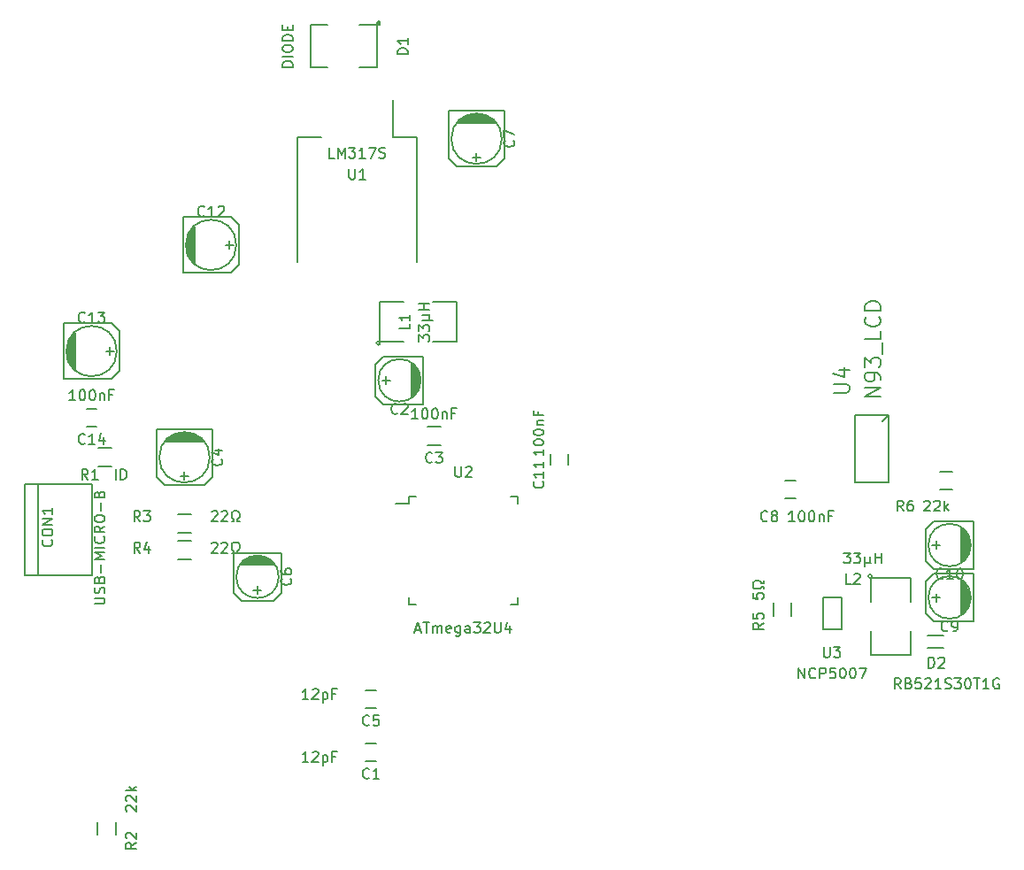
<source format=gto>
G04 #@! TF.FileFunction,Legend,Top*
%FSLAX46Y46*%
G04 Gerber Fmt 4.6, Leading zero omitted, Abs format (unit mm)*
G04 Created by KiCad (PCBNEW 0.201501102116+5363~20~ubuntu14.04.1-product) date Wed 21 Jan 2015 18:10:41 CET*
%MOMM*%
G01*
G04 APERTURE LIST*
%ADD10C,0.100000*%
%ADD11C,0.150000*%
G04 APERTURE END LIST*
D10*
D11*
X147408000Y-132358000D02*
X148408000Y-132358000D01*
X148408000Y-130658000D02*
X147408000Y-130658000D01*
X153348000Y-100407000D02*
X154548000Y-100407000D01*
X154548000Y-102157000D02*
X153348000Y-102157000D01*
X147408000Y-127278000D02*
X148408000Y-127278000D01*
X148408000Y-125578000D02*
X147408000Y-125578000D01*
X187525000Y-107221500D02*
X188525000Y-107221500D01*
X188525000Y-105521500D02*
X187525000Y-105521500D01*
X165077000Y-103014000D02*
X165077000Y-104014000D01*
X166777000Y-104014000D02*
X166777000Y-103014000D01*
X120682000Y-100354000D02*
X121682000Y-100354000D01*
X121682000Y-98654000D02*
X120682000Y-98654000D01*
X114835000Y-105877000D02*
X114835000Y-114577000D01*
X121240000Y-105877000D02*
X121240000Y-114577000D01*
X121240000Y-114577000D02*
X114835000Y-114577000D01*
X116065000Y-114577000D02*
X116065000Y-105877000D01*
X114835000Y-105877000D02*
X121240000Y-105877000D01*
X148793605Y-61785000D02*
G75*
G03X148793605Y-61785000I-179605J0D01*
G01*
X143788000Y-61912000D02*
X142137000Y-61912000D01*
X142137000Y-61912000D02*
X142137000Y-65976000D01*
X142137000Y-65976000D02*
X143788000Y-65976000D01*
X146836000Y-65976000D02*
X148487000Y-65976000D01*
X148487000Y-65976000D02*
X148487000Y-61912000D01*
X148487000Y-61912000D02*
X146836000Y-61912000D01*
X201150500Y-121576500D02*
X202700500Y-121576500D01*
X201150500Y-120376500D02*
X202700500Y-120376500D01*
X148793605Y-92392000D02*
G75*
G03X148793605Y-92392000I-179605J0D01*
G01*
X153821000Y-92265000D02*
X156107000Y-92265000D01*
X156107000Y-92265000D02*
X156107000Y-88455000D01*
X156107000Y-88455000D02*
X153821000Y-88455000D01*
X151027000Y-88455000D02*
X148741000Y-88455000D01*
X148741000Y-88455000D02*
X148741000Y-92265000D01*
X148741000Y-92265000D02*
X151027000Y-92265000D01*
X195824605Y-114690000D02*
G75*
G03X195824605Y-114690000I-179605J0D01*
G01*
X195772000Y-119897000D02*
X195772000Y-122183000D01*
X195772000Y-122183000D02*
X199582000Y-122183000D01*
X199582000Y-122183000D02*
X199582000Y-119897000D01*
X199582000Y-117103000D02*
X199582000Y-114817000D01*
X199582000Y-114817000D02*
X195772000Y-114817000D01*
X195772000Y-114817000D02*
X195772000Y-117103000D01*
X123052000Y-104189000D02*
X121852000Y-104189000D01*
X121852000Y-102439000D02*
X123052000Y-102439000D01*
X121745000Y-139420000D02*
X121745000Y-138220000D01*
X123495000Y-138220000D02*
X123495000Y-139420000D01*
X129472000Y-108789000D02*
X130672000Y-108789000D01*
X130672000Y-110539000D02*
X129472000Y-110539000D01*
X129472000Y-111329000D02*
X130672000Y-111329000D01*
X130672000Y-113079000D02*
X129472000Y-113079000D01*
X186388000Y-118465000D02*
X186388000Y-117265000D01*
X188138000Y-117265000D02*
X188138000Y-118465000D01*
X202347500Y-104671000D02*
X203547500Y-104671000D01*
X203547500Y-106421000D02*
X202347500Y-106421000D01*
X143160000Y-72707000D02*
X140867000Y-72707000D01*
X150004000Y-72694300D02*
X150004000Y-69151000D01*
X152297000Y-72707000D02*
X152297000Y-84588000D01*
X140867000Y-84588000D02*
X140867000Y-72707000D01*
X152297000Y-72707000D02*
X150004000Y-72707000D01*
X151567000Y-107029000D02*
X151567000Y-107704000D01*
X161917000Y-107029000D02*
X161917000Y-107704000D01*
X161917000Y-117379000D02*
X161917000Y-116704000D01*
X151567000Y-117379000D02*
X151567000Y-116704000D01*
X151567000Y-107029000D02*
X152242000Y-107029000D01*
X151567000Y-117379000D02*
X152242000Y-117379000D01*
X161917000Y-117379000D02*
X161242000Y-117379000D01*
X161917000Y-107029000D02*
X161242000Y-107029000D01*
X151567000Y-107704000D02*
X150292000Y-107704000D01*
X192978000Y-119770000D02*
X191200000Y-119770000D01*
X191200000Y-119770000D02*
X191200000Y-116722000D01*
X191200000Y-116722000D02*
X192978000Y-116722000D01*
X192978000Y-116722000D02*
X192978000Y-119770000D01*
X148995000Y-95948000D02*
X149757000Y-95948000D01*
X149376000Y-96329000D02*
X149376000Y-95567000D01*
X149122000Y-93662000D02*
X152932000Y-93662000D01*
X148360000Y-97472000D02*
X148360000Y-94424000D01*
X149122000Y-93662000D02*
X148360000Y-94424000D01*
X149122000Y-98234000D02*
X152932000Y-98234000D01*
X149122000Y-98234000D02*
X148360000Y-97472000D01*
X152678000Y-95821000D02*
X152678000Y-96075000D01*
X152551000Y-96583000D02*
X152551000Y-95313000D01*
X152424000Y-95059000D02*
X152424000Y-96837000D01*
X152297000Y-94805000D02*
X152297000Y-97091000D01*
X152170000Y-97218000D02*
X152170000Y-94678000D01*
X152043000Y-94551000D02*
X152043000Y-97345000D01*
X151916000Y-97472000D02*
X151916000Y-94424000D01*
X151789000Y-97599000D02*
X151789000Y-94297000D01*
X152678000Y-95948000D02*
G75*
G03X152678000Y-95948000I-2032000J0D01*
G01*
X152932000Y-98234000D02*
X152932000Y-93662000D01*
X130707000Y-101028000D02*
X129310000Y-101028000D01*
X130961000Y-101155000D02*
X129183000Y-101155000D01*
X131342000Y-101282000D02*
X128802000Y-101282000D01*
X128675000Y-101409000D02*
X131469000Y-101409000D01*
X131596000Y-101536000D02*
X128548000Y-101536000D01*
X128421000Y-101663000D02*
X131723000Y-101663000D01*
X131850000Y-101790000D02*
X128294000Y-101790000D01*
X132485000Y-103314000D02*
G75*
G03X132485000Y-103314000I-2413000J0D01*
G01*
X132739000Y-100647000D02*
X132739000Y-105219000D01*
X132739000Y-105219000D02*
X131977000Y-105981000D01*
X131977000Y-105981000D02*
X128167000Y-105981000D01*
X128167000Y-105981000D02*
X127405000Y-105219000D01*
X127405000Y-105219000D02*
X127405000Y-100647000D01*
X127405000Y-100647000D02*
X132739000Y-100647000D01*
X130072000Y-105473000D02*
X130072000Y-104711000D01*
X130453000Y-105092000D02*
X129691000Y-105092000D01*
X137057000Y-116395000D02*
X137057000Y-115633000D01*
X137438000Y-116014000D02*
X136676000Y-116014000D01*
X134771000Y-116268000D02*
X134771000Y-112458000D01*
X138581000Y-117030000D02*
X135533000Y-117030000D01*
X134771000Y-116268000D02*
X135533000Y-117030000D01*
X139343000Y-116268000D02*
X139343000Y-112458000D01*
X139343000Y-116268000D02*
X138581000Y-117030000D01*
X136930000Y-112712000D02*
X137184000Y-112712000D01*
X137692000Y-112839000D02*
X136422000Y-112839000D01*
X136168000Y-112966000D02*
X137946000Y-112966000D01*
X135914000Y-113093000D02*
X138200000Y-113093000D01*
X138327000Y-113220000D02*
X135787000Y-113220000D01*
X135660000Y-113347000D02*
X138454000Y-113347000D01*
X138581000Y-113474000D02*
X135533000Y-113474000D01*
X138708000Y-113601000D02*
X135406000Y-113601000D01*
X139089000Y-114744000D02*
G75*
G03X139089000Y-114744000I-2032000J0D01*
G01*
X139343000Y-112458000D02*
X134771000Y-112458000D01*
X158647000Y-70548000D02*
X157250000Y-70548000D01*
X158901000Y-70675000D02*
X157123000Y-70675000D01*
X159282000Y-70802000D02*
X156742000Y-70802000D01*
X156615000Y-70929000D02*
X159409000Y-70929000D01*
X159536000Y-71056000D02*
X156488000Y-71056000D01*
X156361000Y-71183000D02*
X159663000Y-71183000D01*
X159790000Y-71310000D02*
X156234000Y-71310000D01*
X160425000Y-72834000D02*
G75*
G03X160425000Y-72834000I-2413000J0D01*
G01*
X160679000Y-70167000D02*
X160679000Y-74739000D01*
X160679000Y-74739000D02*
X159917000Y-75501000D01*
X159917000Y-75501000D02*
X156107000Y-75501000D01*
X156107000Y-75501000D02*
X155345000Y-74739000D01*
X155345000Y-74739000D02*
X155345000Y-70167000D01*
X155345000Y-70167000D02*
X160679000Y-70167000D01*
X158012000Y-74993000D02*
X158012000Y-74231000D01*
X158393000Y-74612000D02*
X157631000Y-74612000D01*
X201614000Y-116722000D02*
X202376000Y-116722000D01*
X201995000Y-117103000D02*
X201995000Y-116341000D01*
X201741000Y-114436000D02*
X205551000Y-114436000D01*
X200979000Y-118246000D02*
X200979000Y-115198000D01*
X201741000Y-114436000D02*
X200979000Y-115198000D01*
X201741000Y-119008000D02*
X205551000Y-119008000D01*
X201741000Y-119008000D02*
X200979000Y-118246000D01*
X205297000Y-116595000D02*
X205297000Y-116849000D01*
X205170000Y-117357000D02*
X205170000Y-116087000D01*
X205043000Y-115833000D02*
X205043000Y-117611000D01*
X204916000Y-115579000D02*
X204916000Y-117865000D01*
X204789000Y-117992000D02*
X204789000Y-115452000D01*
X204662000Y-115325000D02*
X204662000Y-118119000D01*
X204535000Y-118246000D02*
X204535000Y-115198000D01*
X204408000Y-118373000D02*
X204408000Y-115071000D01*
X205297000Y-116722000D02*
G75*
G03X205297000Y-116722000I-2032000J0D01*
G01*
X205551000Y-119008000D02*
X205551000Y-114436000D01*
X201614000Y-111705500D02*
X202376000Y-111705500D01*
X201995000Y-112086500D02*
X201995000Y-111324500D01*
X201741000Y-109419500D02*
X205551000Y-109419500D01*
X200979000Y-113229500D02*
X200979000Y-110181500D01*
X201741000Y-109419500D02*
X200979000Y-110181500D01*
X201741000Y-113991500D02*
X205551000Y-113991500D01*
X201741000Y-113991500D02*
X200979000Y-113229500D01*
X205297000Y-111578500D02*
X205297000Y-111832500D01*
X205170000Y-112340500D02*
X205170000Y-111070500D01*
X205043000Y-110816500D02*
X205043000Y-112594500D01*
X204916000Y-110562500D02*
X204916000Y-112848500D01*
X204789000Y-112975500D02*
X204789000Y-110435500D01*
X204662000Y-110308500D02*
X204662000Y-113102500D01*
X204535000Y-113229500D02*
X204535000Y-110181500D01*
X204408000Y-113356500D02*
X204408000Y-110054500D01*
X205297000Y-111705500D02*
G75*
G03X205297000Y-111705500I-2032000J0D01*
G01*
X205551000Y-113991500D02*
X205551000Y-109419500D01*
X130326000Y-82359000D02*
X130326000Y-83756000D01*
X130453000Y-82105000D02*
X130453000Y-83883000D01*
X130580000Y-81724000D02*
X130580000Y-84264000D01*
X130707000Y-84391000D02*
X130707000Y-81597000D01*
X130834000Y-81470000D02*
X130834000Y-84518000D01*
X130961000Y-84645000D02*
X130961000Y-81343000D01*
X131088000Y-81216000D02*
X131088000Y-84772000D01*
X135025000Y-82994000D02*
G75*
G03X135025000Y-82994000I-2413000J0D01*
G01*
X129945000Y-80327000D02*
X134517000Y-80327000D01*
X134517000Y-80327000D02*
X135279000Y-81089000D01*
X135279000Y-81089000D02*
X135279000Y-84899000D01*
X135279000Y-84899000D02*
X134517000Y-85661000D01*
X134517000Y-85661000D02*
X129945000Y-85661000D01*
X129945000Y-85661000D02*
X129945000Y-80327000D01*
X134771000Y-82994000D02*
X134009000Y-82994000D01*
X134390000Y-82613000D02*
X134390000Y-83375000D01*
X118896000Y-92519000D02*
X118896000Y-93916000D01*
X119023000Y-92265000D02*
X119023000Y-94043000D01*
X119150000Y-91884000D02*
X119150000Y-94424000D01*
X119277000Y-94551000D02*
X119277000Y-91757000D01*
X119404000Y-91630000D02*
X119404000Y-94678000D01*
X119531000Y-94805000D02*
X119531000Y-91503000D01*
X119658000Y-91376000D02*
X119658000Y-94932000D01*
X123595000Y-93154000D02*
G75*
G03X123595000Y-93154000I-2413000J0D01*
G01*
X118515000Y-90487000D02*
X123087000Y-90487000D01*
X123087000Y-90487000D02*
X123849000Y-91249000D01*
X123849000Y-91249000D02*
X123849000Y-95059000D01*
X123849000Y-95059000D02*
X123087000Y-95821000D01*
X123087000Y-95821000D02*
X118515000Y-95821000D01*
X118515000Y-95821000D02*
X118515000Y-90487000D01*
X123341000Y-93154000D02*
X122579000Y-93154000D01*
X122960000Y-92773000D02*
X122960000Y-93535000D01*
X197472000Y-99298000D02*
X194172000Y-99298000D01*
X194172000Y-99298000D02*
X194172000Y-105698000D01*
X194172000Y-105698000D02*
X197472000Y-105698000D01*
X197472000Y-105698000D02*
X197472000Y-99298000D01*
X197472000Y-99298000D02*
X196872000Y-99898000D01*
X147741334Y-133965143D02*
X147693715Y-134012762D01*
X147550858Y-134060381D01*
X147455620Y-134060381D01*
X147312762Y-134012762D01*
X147217524Y-133917524D01*
X147169905Y-133822286D01*
X147122286Y-133631810D01*
X147122286Y-133488952D01*
X147169905Y-133298476D01*
X147217524Y-133203238D01*
X147312762Y-133108000D01*
X147455620Y-133060381D01*
X147550858Y-133060381D01*
X147693715Y-133108000D01*
X147741334Y-133155619D01*
X148693715Y-134060381D02*
X148122286Y-134060381D01*
X148408000Y-134060381D02*
X148408000Y-133060381D01*
X148312762Y-133203238D01*
X148217524Y-133298476D01*
X148122286Y-133346095D01*
X141928572Y-132452381D02*
X141357143Y-132452381D01*
X141642857Y-132452381D02*
X141642857Y-131452381D01*
X141547619Y-131595238D01*
X141452381Y-131690476D01*
X141357143Y-131738095D01*
X142309524Y-131547619D02*
X142357143Y-131500000D01*
X142452381Y-131452381D01*
X142690477Y-131452381D01*
X142785715Y-131500000D01*
X142833334Y-131547619D01*
X142880953Y-131642857D01*
X142880953Y-131738095D01*
X142833334Y-131880952D01*
X142261905Y-132452381D01*
X142880953Y-132452381D01*
X143309524Y-131785714D02*
X143309524Y-132785714D01*
X143309524Y-131833333D02*
X143404762Y-131785714D01*
X143595239Y-131785714D01*
X143690477Y-131833333D01*
X143738096Y-131880952D01*
X143785715Y-131976190D01*
X143785715Y-132261905D01*
X143738096Y-132357143D01*
X143690477Y-132404762D01*
X143595239Y-132452381D01*
X143404762Y-132452381D01*
X143309524Y-132404762D01*
X144547620Y-131928571D02*
X144214286Y-131928571D01*
X144214286Y-132452381D02*
X144214286Y-131452381D01*
X144690477Y-131452381D01*
X153781334Y-103739143D02*
X153733715Y-103786762D01*
X153590858Y-103834381D01*
X153495620Y-103834381D01*
X153352762Y-103786762D01*
X153257524Y-103691524D01*
X153209905Y-103596286D01*
X153162286Y-103405810D01*
X153162286Y-103262952D01*
X153209905Y-103072476D01*
X153257524Y-102977238D01*
X153352762Y-102882000D01*
X153495620Y-102834381D01*
X153590858Y-102834381D01*
X153733715Y-102882000D01*
X153781334Y-102929619D01*
X154114667Y-102834381D02*
X154733715Y-102834381D01*
X154400381Y-103215333D01*
X154543239Y-103215333D01*
X154638477Y-103262952D01*
X154686096Y-103310571D01*
X154733715Y-103405810D01*
X154733715Y-103643905D01*
X154686096Y-103739143D01*
X154638477Y-103786762D01*
X154543239Y-103834381D01*
X154257524Y-103834381D01*
X154162286Y-103786762D01*
X154114667Y-103739143D01*
X152400381Y-99634381D02*
X151828952Y-99634381D01*
X152114666Y-99634381D02*
X152114666Y-98634381D01*
X152019428Y-98777238D01*
X151924190Y-98872476D01*
X151828952Y-98920095D01*
X153019428Y-98634381D02*
X153114667Y-98634381D01*
X153209905Y-98682000D01*
X153257524Y-98729619D01*
X153305143Y-98824857D01*
X153352762Y-99015333D01*
X153352762Y-99253429D01*
X153305143Y-99443905D01*
X153257524Y-99539143D01*
X153209905Y-99586762D01*
X153114667Y-99634381D01*
X153019428Y-99634381D01*
X152924190Y-99586762D01*
X152876571Y-99539143D01*
X152828952Y-99443905D01*
X152781333Y-99253429D01*
X152781333Y-99015333D01*
X152828952Y-98824857D01*
X152876571Y-98729619D01*
X152924190Y-98682000D01*
X153019428Y-98634381D01*
X153971809Y-98634381D02*
X154067048Y-98634381D01*
X154162286Y-98682000D01*
X154209905Y-98729619D01*
X154257524Y-98824857D01*
X154305143Y-99015333D01*
X154305143Y-99253429D01*
X154257524Y-99443905D01*
X154209905Y-99539143D01*
X154162286Y-99586762D01*
X154067048Y-99634381D01*
X153971809Y-99634381D01*
X153876571Y-99586762D01*
X153828952Y-99539143D01*
X153781333Y-99443905D01*
X153733714Y-99253429D01*
X153733714Y-99015333D01*
X153781333Y-98824857D01*
X153828952Y-98729619D01*
X153876571Y-98682000D01*
X153971809Y-98634381D01*
X154733714Y-98967714D02*
X154733714Y-99634381D01*
X154733714Y-99062952D02*
X154781333Y-99015333D01*
X154876571Y-98967714D01*
X155019429Y-98967714D01*
X155114667Y-99015333D01*
X155162286Y-99110571D01*
X155162286Y-99634381D01*
X155971810Y-99110571D02*
X155638476Y-99110571D01*
X155638476Y-99634381D02*
X155638476Y-98634381D01*
X156114667Y-98634381D01*
X147741334Y-128885143D02*
X147693715Y-128932762D01*
X147550858Y-128980381D01*
X147455620Y-128980381D01*
X147312762Y-128932762D01*
X147217524Y-128837524D01*
X147169905Y-128742286D01*
X147122286Y-128551810D01*
X147122286Y-128408952D01*
X147169905Y-128218476D01*
X147217524Y-128123238D01*
X147312762Y-128028000D01*
X147455620Y-127980381D01*
X147550858Y-127980381D01*
X147693715Y-128028000D01*
X147741334Y-128075619D01*
X148646096Y-127980381D02*
X148169905Y-127980381D01*
X148122286Y-128456571D01*
X148169905Y-128408952D01*
X148265143Y-128361333D01*
X148503239Y-128361333D01*
X148598477Y-128408952D01*
X148646096Y-128456571D01*
X148693715Y-128551810D01*
X148693715Y-128789905D01*
X148646096Y-128885143D01*
X148598477Y-128932762D01*
X148503239Y-128980381D01*
X148265143Y-128980381D01*
X148169905Y-128932762D01*
X148122286Y-128885143D01*
X141928572Y-126452381D02*
X141357143Y-126452381D01*
X141642857Y-126452381D02*
X141642857Y-125452381D01*
X141547619Y-125595238D01*
X141452381Y-125690476D01*
X141357143Y-125738095D01*
X142309524Y-125547619D02*
X142357143Y-125500000D01*
X142452381Y-125452381D01*
X142690477Y-125452381D01*
X142785715Y-125500000D01*
X142833334Y-125547619D01*
X142880953Y-125642857D01*
X142880953Y-125738095D01*
X142833334Y-125880952D01*
X142261905Y-126452381D01*
X142880953Y-126452381D01*
X143309524Y-125785714D02*
X143309524Y-126785714D01*
X143309524Y-125833333D02*
X143404762Y-125785714D01*
X143595239Y-125785714D01*
X143690477Y-125833333D01*
X143738096Y-125880952D01*
X143785715Y-125976190D01*
X143785715Y-126261905D01*
X143738096Y-126357143D01*
X143690477Y-126404762D01*
X143595239Y-126452381D01*
X143404762Y-126452381D01*
X143309524Y-126404762D01*
X144547620Y-125928571D02*
X144214286Y-125928571D01*
X144214286Y-126452381D02*
X144214286Y-125452381D01*
X144690477Y-125452381D01*
X185833334Y-109357143D02*
X185785715Y-109404762D01*
X185642858Y-109452381D01*
X185547620Y-109452381D01*
X185404762Y-109404762D01*
X185309524Y-109309524D01*
X185261905Y-109214286D01*
X185214286Y-109023810D01*
X185214286Y-108880952D01*
X185261905Y-108690476D01*
X185309524Y-108595238D01*
X185404762Y-108500000D01*
X185547620Y-108452381D01*
X185642858Y-108452381D01*
X185785715Y-108500000D01*
X185833334Y-108547619D01*
X186404762Y-108880952D02*
X186309524Y-108833333D01*
X186261905Y-108785714D01*
X186214286Y-108690476D01*
X186214286Y-108642857D01*
X186261905Y-108547619D01*
X186309524Y-108500000D01*
X186404762Y-108452381D01*
X186595239Y-108452381D01*
X186690477Y-108500000D01*
X186738096Y-108547619D01*
X186785715Y-108642857D01*
X186785715Y-108690476D01*
X186738096Y-108785714D01*
X186690477Y-108833333D01*
X186595239Y-108880952D01*
X186404762Y-108880952D01*
X186309524Y-108928571D01*
X186261905Y-108976190D01*
X186214286Y-109071429D01*
X186214286Y-109261905D01*
X186261905Y-109357143D01*
X186309524Y-109404762D01*
X186404762Y-109452381D01*
X186595239Y-109452381D01*
X186690477Y-109404762D01*
X186738096Y-109357143D01*
X186785715Y-109261905D01*
X186785715Y-109071429D01*
X186738096Y-108976190D01*
X186690477Y-108928571D01*
X186595239Y-108880952D01*
X188452381Y-109452381D02*
X187880952Y-109452381D01*
X188166666Y-109452381D02*
X188166666Y-108452381D01*
X188071428Y-108595238D01*
X187976190Y-108690476D01*
X187880952Y-108738095D01*
X189071428Y-108452381D02*
X189166667Y-108452381D01*
X189261905Y-108500000D01*
X189309524Y-108547619D01*
X189357143Y-108642857D01*
X189404762Y-108833333D01*
X189404762Y-109071429D01*
X189357143Y-109261905D01*
X189309524Y-109357143D01*
X189261905Y-109404762D01*
X189166667Y-109452381D01*
X189071428Y-109452381D01*
X188976190Y-109404762D01*
X188928571Y-109357143D01*
X188880952Y-109261905D01*
X188833333Y-109071429D01*
X188833333Y-108833333D01*
X188880952Y-108642857D01*
X188928571Y-108547619D01*
X188976190Y-108500000D01*
X189071428Y-108452381D01*
X190023809Y-108452381D02*
X190119048Y-108452381D01*
X190214286Y-108500000D01*
X190261905Y-108547619D01*
X190309524Y-108642857D01*
X190357143Y-108833333D01*
X190357143Y-109071429D01*
X190309524Y-109261905D01*
X190261905Y-109357143D01*
X190214286Y-109404762D01*
X190119048Y-109452381D01*
X190023809Y-109452381D01*
X189928571Y-109404762D01*
X189880952Y-109357143D01*
X189833333Y-109261905D01*
X189785714Y-109071429D01*
X189785714Y-108833333D01*
X189833333Y-108642857D01*
X189880952Y-108547619D01*
X189928571Y-108500000D01*
X190023809Y-108452381D01*
X190785714Y-108785714D02*
X190785714Y-109452381D01*
X190785714Y-108880952D02*
X190833333Y-108833333D01*
X190928571Y-108785714D01*
X191071429Y-108785714D01*
X191166667Y-108833333D01*
X191214286Y-108928571D01*
X191214286Y-109452381D01*
X192023810Y-108928571D02*
X191690476Y-108928571D01*
X191690476Y-109452381D02*
X191690476Y-108452381D01*
X192166667Y-108452381D01*
X164357143Y-105642857D02*
X164404762Y-105690476D01*
X164452381Y-105833333D01*
X164452381Y-105928571D01*
X164404762Y-106071429D01*
X164309524Y-106166667D01*
X164214286Y-106214286D01*
X164023810Y-106261905D01*
X163880952Y-106261905D01*
X163690476Y-106214286D01*
X163595238Y-106166667D01*
X163500000Y-106071429D01*
X163452381Y-105928571D01*
X163452381Y-105833333D01*
X163500000Y-105690476D01*
X163547619Y-105642857D01*
X164452381Y-104690476D02*
X164452381Y-105261905D01*
X164452381Y-104976191D02*
X163452381Y-104976191D01*
X163595238Y-105071429D01*
X163690476Y-105166667D01*
X163738095Y-105261905D01*
X164452381Y-103738095D02*
X164452381Y-104309524D01*
X164452381Y-104023810D02*
X163452381Y-104023810D01*
X163595238Y-104119048D01*
X163690476Y-104214286D01*
X163738095Y-104309524D01*
X164452381Y-102547619D02*
X164452381Y-103119048D01*
X164452381Y-102833334D02*
X163452381Y-102833334D01*
X163595238Y-102928572D01*
X163690476Y-103023810D01*
X163738095Y-103119048D01*
X163452381Y-101928572D02*
X163452381Y-101833333D01*
X163500000Y-101738095D01*
X163547619Y-101690476D01*
X163642857Y-101642857D01*
X163833333Y-101595238D01*
X164071429Y-101595238D01*
X164261905Y-101642857D01*
X164357143Y-101690476D01*
X164404762Y-101738095D01*
X164452381Y-101833333D01*
X164452381Y-101928572D01*
X164404762Y-102023810D01*
X164357143Y-102071429D01*
X164261905Y-102119048D01*
X164071429Y-102166667D01*
X163833333Y-102166667D01*
X163642857Y-102119048D01*
X163547619Y-102071429D01*
X163500000Y-102023810D01*
X163452381Y-101928572D01*
X163452381Y-100976191D02*
X163452381Y-100880952D01*
X163500000Y-100785714D01*
X163547619Y-100738095D01*
X163642857Y-100690476D01*
X163833333Y-100642857D01*
X164071429Y-100642857D01*
X164261905Y-100690476D01*
X164357143Y-100738095D01*
X164404762Y-100785714D01*
X164452381Y-100880952D01*
X164452381Y-100976191D01*
X164404762Y-101071429D01*
X164357143Y-101119048D01*
X164261905Y-101166667D01*
X164071429Y-101214286D01*
X163833333Y-101214286D01*
X163642857Y-101166667D01*
X163547619Y-101119048D01*
X163500000Y-101071429D01*
X163452381Y-100976191D01*
X163785714Y-100214286D02*
X164452381Y-100214286D01*
X163880952Y-100214286D02*
X163833333Y-100166667D01*
X163785714Y-100071429D01*
X163785714Y-99928571D01*
X163833333Y-99833333D01*
X163928571Y-99785714D01*
X164452381Y-99785714D01*
X163928571Y-98976190D02*
X163928571Y-99309524D01*
X164452381Y-99309524D02*
X163452381Y-99309524D01*
X163452381Y-98833333D01*
X120539143Y-101961143D02*
X120491524Y-102008762D01*
X120348667Y-102056381D01*
X120253429Y-102056381D01*
X120110571Y-102008762D01*
X120015333Y-101913524D01*
X119967714Y-101818286D01*
X119920095Y-101627810D01*
X119920095Y-101484952D01*
X119967714Y-101294476D01*
X120015333Y-101199238D01*
X120110571Y-101104000D01*
X120253429Y-101056381D01*
X120348667Y-101056381D01*
X120491524Y-101104000D01*
X120539143Y-101151619D01*
X121491524Y-102056381D02*
X120920095Y-102056381D01*
X121205809Y-102056381D02*
X121205809Y-101056381D01*
X121110571Y-101199238D01*
X121015333Y-101294476D01*
X120920095Y-101342095D01*
X122348667Y-101389714D02*
X122348667Y-102056381D01*
X122110571Y-101008762D02*
X121872476Y-101723048D01*
X122491524Y-101723048D01*
X119634381Y-97856381D02*
X119062952Y-97856381D01*
X119348666Y-97856381D02*
X119348666Y-96856381D01*
X119253428Y-96999238D01*
X119158190Y-97094476D01*
X119062952Y-97142095D01*
X120253428Y-96856381D02*
X120348667Y-96856381D01*
X120443905Y-96904000D01*
X120491524Y-96951619D01*
X120539143Y-97046857D01*
X120586762Y-97237333D01*
X120586762Y-97475429D01*
X120539143Y-97665905D01*
X120491524Y-97761143D01*
X120443905Y-97808762D01*
X120348667Y-97856381D01*
X120253428Y-97856381D01*
X120158190Y-97808762D01*
X120110571Y-97761143D01*
X120062952Y-97665905D01*
X120015333Y-97475429D01*
X120015333Y-97237333D01*
X120062952Y-97046857D01*
X120110571Y-96951619D01*
X120158190Y-96904000D01*
X120253428Y-96856381D01*
X121205809Y-96856381D02*
X121301048Y-96856381D01*
X121396286Y-96904000D01*
X121443905Y-96951619D01*
X121491524Y-97046857D01*
X121539143Y-97237333D01*
X121539143Y-97475429D01*
X121491524Y-97665905D01*
X121443905Y-97761143D01*
X121396286Y-97808762D01*
X121301048Y-97856381D01*
X121205809Y-97856381D01*
X121110571Y-97808762D01*
X121062952Y-97761143D01*
X121015333Y-97665905D01*
X120967714Y-97475429D01*
X120967714Y-97237333D01*
X121015333Y-97046857D01*
X121062952Y-96951619D01*
X121110571Y-96904000D01*
X121205809Y-96856381D01*
X121967714Y-97189714D02*
X121967714Y-97856381D01*
X121967714Y-97284952D02*
X122015333Y-97237333D01*
X122110571Y-97189714D01*
X122253429Y-97189714D01*
X122348667Y-97237333D01*
X122396286Y-97332571D01*
X122396286Y-97856381D01*
X123205810Y-97332571D02*
X122872476Y-97332571D01*
X122872476Y-97856381D02*
X122872476Y-96856381D01*
X123348667Y-96856381D01*
X117357143Y-111214285D02*
X117404762Y-111261904D01*
X117452381Y-111404761D01*
X117452381Y-111499999D01*
X117404762Y-111642857D01*
X117309524Y-111738095D01*
X117214286Y-111785714D01*
X117023810Y-111833333D01*
X116880952Y-111833333D01*
X116690476Y-111785714D01*
X116595238Y-111738095D01*
X116500000Y-111642857D01*
X116452381Y-111499999D01*
X116452381Y-111404761D01*
X116500000Y-111261904D01*
X116547619Y-111214285D01*
X116452381Y-110595238D02*
X116452381Y-110404761D01*
X116500000Y-110309523D01*
X116595238Y-110214285D01*
X116785714Y-110166666D01*
X117119048Y-110166666D01*
X117309524Y-110214285D01*
X117404762Y-110309523D01*
X117452381Y-110404761D01*
X117452381Y-110595238D01*
X117404762Y-110690476D01*
X117309524Y-110785714D01*
X117119048Y-110833333D01*
X116785714Y-110833333D01*
X116595238Y-110785714D01*
X116500000Y-110690476D01*
X116452381Y-110595238D01*
X117452381Y-109738095D02*
X116452381Y-109738095D01*
X117452381Y-109166666D01*
X116452381Y-109166666D01*
X117452381Y-108166666D02*
X117452381Y-108738095D01*
X117452381Y-108452381D02*
X116452381Y-108452381D01*
X116595238Y-108547619D01*
X116690476Y-108642857D01*
X116738095Y-108738095D01*
X121452381Y-117333333D02*
X122261905Y-117333333D01*
X122357143Y-117285714D01*
X122404762Y-117238095D01*
X122452381Y-117142857D01*
X122452381Y-116952380D01*
X122404762Y-116857142D01*
X122357143Y-116809523D01*
X122261905Y-116761904D01*
X121452381Y-116761904D01*
X122404762Y-116333333D02*
X122452381Y-116190476D01*
X122452381Y-115952380D01*
X122404762Y-115857142D01*
X122357143Y-115809523D01*
X122261905Y-115761904D01*
X122166667Y-115761904D01*
X122071429Y-115809523D01*
X122023810Y-115857142D01*
X121976190Y-115952380D01*
X121928571Y-116142857D01*
X121880952Y-116238095D01*
X121833333Y-116285714D01*
X121738095Y-116333333D01*
X121642857Y-116333333D01*
X121547619Y-116285714D01*
X121500000Y-116238095D01*
X121452381Y-116142857D01*
X121452381Y-115904761D01*
X121500000Y-115761904D01*
X121928571Y-114999999D02*
X121976190Y-114857142D01*
X122023810Y-114809523D01*
X122119048Y-114761904D01*
X122261905Y-114761904D01*
X122357143Y-114809523D01*
X122404762Y-114857142D01*
X122452381Y-114952380D01*
X122452381Y-115333333D01*
X121452381Y-115333333D01*
X121452381Y-114999999D01*
X121500000Y-114904761D01*
X121547619Y-114857142D01*
X121642857Y-114809523D01*
X121738095Y-114809523D01*
X121833333Y-114857142D01*
X121880952Y-114904761D01*
X121928571Y-114999999D01*
X121928571Y-115333333D01*
X122071429Y-114333333D02*
X122071429Y-113571428D01*
X122452381Y-113095238D02*
X121452381Y-113095238D01*
X122166667Y-112761904D01*
X121452381Y-112428571D01*
X122452381Y-112428571D01*
X122452381Y-111952381D02*
X121452381Y-111952381D01*
X122357143Y-110904762D02*
X122404762Y-110952381D01*
X122452381Y-111095238D01*
X122452381Y-111190476D01*
X122404762Y-111333334D01*
X122309524Y-111428572D01*
X122214286Y-111476191D01*
X122023810Y-111523810D01*
X121880952Y-111523810D01*
X121690476Y-111476191D01*
X121595238Y-111428572D01*
X121500000Y-111333334D01*
X121452381Y-111190476D01*
X121452381Y-111095238D01*
X121500000Y-110952381D01*
X121547619Y-110904762D01*
X122452381Y-109904762D02*
X121976190Y-110238096D01*
X122452381Y-110476191D02*
X121452381Y-110476191D01*
X121452381Y-110095238D01*
X121500000Y-110000000D01*
X121547619Y-109952381D01*
X121642857Y-109904762D01*
X121785714Y-109904762D01*
X121880952Y-109952381D01*
X121928571Y-110000000D01*
X121976190Y-110095238D01*
X121976190Y-110476191D01*
X121452381Y-109285715D02*
X121452381Y-109095238D01*
X121500000Y-109000000D01*
X121595238Y-108904762D01*
X121785714Y-108857143D01*
X122119048Y-108857143D01*
X122309524Y-108904762D01*
X122404762Y-109000000D01*
X122452381Y-109095238D01*
X122452381Y-109285715D01*
X122404762Y-109380953D01*
X122309524Y-109476191D01*
X122119048Y-109523810D01*
X121785714Y-109523810D01*
X121595238Y-109476191D01*
X121500000Y-109380953D01*
X121452381Y-109285715D01*
X122071429Y-108428572D02*
X122071429Y-107666667D01*
X121928571Y-106857143D02*
X121976190Y-106714286D01*
X122023810Y-106666667D01*
X122119048Y-106619048D01*
X122261905Y-106619048D01*
X122357143Y-106666667D01*
X122404762Y-106714286D01*
X122452381Y-106809524D01*
X122452381Y-107190477D01*
X121452381Y-107190477D01*
X121452381Y-106857143D01*
X121500000Y-106761905D01*
X121547619Y-106714286D01*
X121642857Y-106666667D01*
X121738095Y-106666667D01*
X121833333Y-106714286D01*
X121880952Y-106761905D01*
X121928571Y-106857143D01*
X121928571Y-107190477D01*
X151452381Y-64738095D02*
X150452381Y-64738095D01*
X150452381Y-64500000D01*
X150500000Y-64357142D01*
X150595238Y-64261904D01*
X150690476Y-64214285D01*
X150880952Y-64166666D01*
X151023810Y-64166666D01*
X151214286Y-64214285D01*
X151309524Y-64261904D01*
X151404762Y-64357142D01*
X151452381Y-64500000D01*
X151452381Y-64738095D01*
X151452381Y-63214285D02*
X151452381Y-63785714D01*
X151452381Y-63500000D02*
X150452381Y-63500000D01*
X150595238Y-63595238D01*
X150690476Y-63690476D01*
X150738095Y-63785714D01*
X140452381Y-65976190D02*
X139452381Y-65976190D01*
X139452381Y-65738095D01*
X139500000Y-65595237D01*
X139595238Y-65499999D01*
X139690476Y-65452380D01*
X139880952Y-65404761D01*
X140023810Y-65404761D01*
X140214286Y-65452380D01*
X140309524Y-65499999D01*
X140404762Y-65595237D01*
X140452381Y-65738095D01*
X140452381Y-65976190D01*
X140452381Y-64976190D02*
X139452381Y-64976190D01*
X139452381Y-64309524D02*
X139452381Y-64119047D01*
X139500000Y-64023809D01*
X139595238Y-63928571D01*
X139785714Y-63880952D01*
X140119048Y-63880952D01*
X140309524Y-63928571D01*
X140404762Y-64023809D01*
X140452381Y-64119047D01*
X140452381Y-64309524D01*
X140404762Y-64404762D01*
X140309524Y-64500000D01*
X140119048Y-64547619D01*
X139785714Y-64547619D01*
X139595238Y-64500000D01*
X139500000Y-64404762D01*
X139452381Y-64309524D01*
X140452381Y-63452381D02*
X139452381Y-63452381D01*
X139452381Y-63214286D01*
X139500000Y-63071428D01*
X139595238Y-62976190D01*
X139690476Y-62928571D01*
X139880952Y-62880952D01*
X140023810Y-62880952D01*
X140214286Y-62928571D01*
X140309524Y-62976190D01*
X140404762Y-63071428D01*
X140452381Y-63214286D01*
X140452381Y-63452381D01*
X139928571Y-62452381D02*
X139928571Y-62119047D01*
X140452381Y-61976190D02*
X140452381Y-62452381D01*
X139452381Y-62452381D01*
X139452381Y-61976190D01*
X201261905Y-123452381D02*
X201261905Y-122452381D01*
X201500000Y-122452381D01*
X201642858Y-122500000D01*
X201738096Y-122595238D01*
X201785715Y-122690476D01*
X201833334Y-122880952D01*
X201833334Y-123023810D01*
X201785715Y-123214286D01*
X201738096Y-123309524D01*
X201642858Y-123404762D01*
X201500000Y-123452381D01*
X201261905Y-123452381D01*
X202214286Y-122547619D02*
X202261905Y-122500000D01*
X202357143Y-122452381D01*
X202595239Y-122452381D01*
X202690477Y-122500000D01*
X202738096Y-122547619D01*
X202785715Y-122642857D01*
X202785715Y-122738095D01*
X202738096Y-122880952D01*
X202166667Y-123452381D01*
X202785715Y-123452381D01*
X198595238Y-125452381D02*
X198261904Y-124976190D01*
X198023809Y-125452381D02*
X198023809Y-124452381D01*
X198404762Y-124452381D01*
X198500000Y-124500000D01*
X198547619Y-124547619D01*
X198595238Y-124642857D01*
X198595238Y-124785714D01*
X198547619Y-124880952D01*
X198500000Y-124928571D01*
X198404762Y-124976190D01*
X198023809Y-124976190D01*
X199357143Y-124928571D02*
X199500000Y-124976190D01*
X199547619Y-125023810D01*
X199595238Y-125119048D01*
X199595238Y-125261905D01*
X199547619Y-125357143D01*
X199500000Y-125404762D01*
X199404762Y-125452381D01*
X199023809Y-125452381D01*
X199023809Y-124452381D01*
X199357143Y-124452381D01*
X199452381Y-124500000D01*
X199500000Y-124547619D01*
X199547619Y-124642857D01*
X199547619Y-124738095D01*
X199500000Y-124833333D01*
X199452381Y-124880952D01*
X199357143Y-124928571D01*
X199023809Y-124928571D01*
X200500000Y-124452381D02*
X200023809Y-124452381D01*
X199976190Y-124928571D01*
X200023809Y-124880952D01*
X200119047Y-124833333D01*
X200357143Y-124833333D01*
X200452381Y-124880952D01*
X200500000Y-124928571D01*
X200547619Y-125023810D01*
X200547619Y-125261905D01*
X200500000Y-125357143D01*
X200452381Y-125404762D01*
X200357143Y-125452381D01*
X200119047Y-125452381D01*
X200023809Y-125404762D01*
X199976190Y-125357143D01*
X200928571Y-124547619D02*
X200976190Y-124500000D01*
X201071428Y-124452381D01*
X201309524Y-124452381D01*
X201404762Y-124500000D01*
X201452381Y-124547619D01*
X201500000Y-124642857D01*
X201500000Y-124738095D01*
X201452381Y-124880952D01*
X200880952Y-125452381D01*
X201500000Y-125452381D01*
X202452381Y-125452381D02*
X201880952Y-125452381D01*
X202166666Y-125452381D02*
X202166666Y-124452381D01*
X202071428Y-124595238D01*
X201976190Y-124690476D01*
X201880952Y-124738095D01*
X202833333Y-125404762D02*
X202976190Y-125452381D01*
X203214286Y-125452381D01*
X203309524Y-125404762D01*
X203357143Y-125357143D01*
X203404762Y-125261905D01*
X203404762Y-125166667D01*
X203357143Y-125071429D01*
X203309524Y-125023810D01*
X203214286Y-124976190D01*
X203023809Y-124928571D01*
X202928571Y-124880952D01*
X202880952Y-124833333D01*
X202833333Y-124738095D01*
X202833333Y-124642857D01*
X202880952Y-124547619D01*
X202928571Y-124500000D01*
X203023809Y-124452381D01*
X203261905Y-124452381D01*
X203404762Y-124500000D01*
X203738095Y-124452381D02*
X204357143Y-124452381D01*
X204023809Y-124833333D01*
X204166667Y-124833333D01*
X204261905Y-124880952D01*
X204309524Y-124928571D01*
X204357143Y-125023810D01*
X204357143Y-125261905D01*
X204309524Y-125357143D01*
X204261905Y-125404762D01*
X204166667Y-125452381D01*
X203880952Y-125452381D01*
X203785714Y-125404762D01*
X203738095Y-125357143D01*
X204976190Y-124452381D02*
X205071429Y-124452381D01*
X205166667Y-124500000D01*
X205214286Y-124547619D01*
X205261905Y-124642857D01*
X205309524Y-124833333D01*
X205309524Y-125071429D01*
X205261905Y-125261905D01*
X205214286Y-125357143D01*
X205166667Y-125404762D01*
X205071429Y-125452381D01*
X204976190Y-125452381D01*
X204880952Y-125404762D01*
X204833333Y-125357143D01*
X204785714Y-125261905D01*
X204738095Y-125071429D01*
X204738095Y-124833333D01*
X204785714Y-124642857D01*
X204833333Y-124547619D01*
X204880952Y-124500000D01*
X204976190Y-124452381D01*
X205595238Y-124452381D02*
X206166667Y-124452381D01*
X205880952Y-125452381D02*
X205880952Y-124452381D01*
X207023810Y-125452381D02*
X206452381Y-125452381D01*
X206738095Y-125452381D02*
X206738095Y-124452381D01*
X206642857Y-124595238D01*
X206547619Y-124690476D01*
X206452381Y-124738095D01*
X207976191Y-124500000D02*
X207880953Y-124452381D01*
X207738096Y-124452381D01*
X207595238Y-124500000D01*
X207500000Y-124595238D01*
X207452381Y-124690476D01*
X207404762Y-124880952D01*
X207404762Y-125023810D01*
X207452381Y-125214286D01*
X207500000Y-125309524D01*
X207595238Y-125404762D01*
X207738096Y-125452381D01*
X207833334Y-125452381D01*
X207976191Y-125404762D01*
X208023810Y-125357143D01*
X208023810Y-125023810D01*
X207833334Y-125023810D01*
X151606381Y-90526666D02*
X151606381Y-91002857D01*
X150606381Y-91002857D01*
X151606381Y-89669523D02*
X151606381Y-90240952D01*
X151606381Y-89955238D02*
X150606381Y-89955238D01*
X150749238Y-90050476D01*
X150844476Y-90145714D01*
X150892095Y-90240952D01*
X152511381Y-92217143D02*
X152511381Y-91598095D01*
X152892333Y-91931429D01*
X152892333Y-91788571D01*
X152939952Y-91693333D01*
X152987571Y-91645714D01*
X153082810Y-91598095D01*
X153320905Y-91598095D01*
X153416143Y-91645714D01*
X153463762Y-91693333D01*
X153511381Y-91788571D01*
X153511381Y-92074286D01*
X153463762Y-92169524D01*
X153416143Y-92217143D01*
X152511381Y-91264762D02*
X152511381Y-90645714D01*
X152892333Y-90979048D01*
X152892333Y-90836190D01*
X152939952Y-90740952D01*
X152987571Y-90693333D01*
X153082810Y-90645714D01*
X153320905Y-90645714D01*
X153416143Y-90693333D01*
X153463762Y-90740952D01*
X153511381Y-90836190D01*
X153511381Y-91121905D01*
X153463762Y-91217143D01*
X153416143Y-91264762D01*
X152844714Y-90217143D02*
X153844714Y-90217143D01*
X153368524Y-89740952D02*
X153463762Y-89693333D01*
X153511381Y-89598095D01*
X153368524Y-90217143D02*
X153463762Y-90169524D01*
X153511381Y-90074286D01*
X153511381Y-89883809D01*
X153463762Y-89788571D01*
X153368524Y-89740952D01*
X152844714Y-89740952D01*
X153511381Y-89169524D02*
X152511381Y-89169524D01*
X152987571Y-89169524D02*
X152987571Y-88598095D01*
X153511381Y-88598095D02*
X152511381Y-88598095D01*
X193833334Y-115452381D02*
X193357143Y-115452381D01*
X193357143Y-114452381D01*
X194119048Y-114547619D02*
X194166667Y-114500000D01*
X194261905Y-114452381D01*
X194500001Y-114452381D01*
X194595239Y-114500000D01*
X194642858Y-114547619D01*
X194690477Y-114642857D01*
X194690477Y-114738095D01*
X194642858Y-114880952D01*
X194071429Y-115452381D01*
X194690477Y-115452381D01*
X193142857Y-112452381D02*
X193761905Y-112452381D01*
X193428571Y-112833333D01*
X193571429Y-112833333D01*
X193666667Y-112880952D01*
X193714286Y-112928571D01*
X193761905Y-113023810D01*
X193761905Y-113261905D01*
X193714286Y-113357143D01*
X193666667Y-113404762D01*
X193571429Y-113452381D01*
X193285714Y-113452381D01*
X193190476Y-113404762D01*
X193142857Y-113357143D01*
X194095238Y-112452381D02*
X194714286Y-112452381D01*
X194380952Y-112833333D01*
X194523810Y-112833333D01*
X194619048Y-112880952D01*
X194666667Y-112928571D01*
X194714286Y-113023810D01*
X194714286Y-113261905D01*
X194666667Y-113357143D01*
X194619048Y-113404762D01*
X194523810Y-113452381D01*
X194238095Y-113452381D01*
X194142857Y-113404762D01*
X194095238Y-113357143D01*
X195142857Y-112785714D02*
X195142857Y-113785714D01*
X195619048Y-113309524D02*
X195666667Y-113404762D01*
X195761905Y-113452381D01*
X195142857Y-113309524D02*
X195190476Y-113404762D01*
X195285714Y-113452381D01*
X195476191Y-113452381D01*
X195571429Y-113404762D01*
X195619048Y-113309524D01*
X195619048Y-112785714D01*
X196190476Y-113452381D02*
X196190476Y-112452381D01*
X196190476Y-112928571D02*
X196761905Y-112928571D01*
X196761905Y-113452381D02*
X196761905Y-112452381D01*
X120833334Y-105452381D02*
X120500000Y-104976190D01*
X120261905Y-105452381D02*
X120261905Y-104452381D01*
X120642858Y-104452381D01*
X120738096Y-104500000D01*
X120785715Y-104547619D01*
X120833334Y-104642857D01*
X120833334Y-104785714D01*
X120785715Y-104880952D01*
X120738096Y-104928571D01*
X120642858Y-104976190D01*
X120261905Y-104976190D01*
X121785715Y-105452381D02*
X121214286Y-105452381D01*
X121500000Y-105452381D02*
X121500000Y-104452381D01*
X121404762Y-104595238D01*
X121309524Y-104690476D01*
X121214286Y-104738095D01*
X123500000Y-105452381D02*
X123500000Y-104452381D01*
X123976190Y-105452381D02*
X123976190Y-104452381D01*
X124214285Y-104452381D01*
X124357143Y-104500000D01*
X124452381Y-104595238D01*
X124500000Y-104690476D01*
X124547619Y-104880952D01*
X124547619Y-105023810D01*
X124500000Y-105214286D01*
X124452381Y-105309524D01*
X124357143Y-105404762D01*
X124214285Y-105452381D01*
X123976190Y-105452381D01*
X125452381Y-140166666D02*
X124976190Y-140500000D01*
X125452381Y-140738095D02*
X124452381Y-140738095D01*
X124452381Y-140357142D01*
X124500000Y-140261904D01*
X124547619Y-140214285D01*
X124642857Y-140166666D01*
X124785714Y-140166666D01*
X124880952Y-140214285D01*
X124928571Y-140261904D01*
X124976190Y-140357142D01*
X124976190Y-140738095D01*
X124547619Y-139785714D02*
X124500000Y-139738095D01*
X124452381Y-139642857D01*
X124452381Y-139404761D01*
X124500000Y-139309523D01*
X124547619Y-139261904D01*
X124642857Y-139214285D01*
X124738095Y-139214285D01*
X124880952Y-139261904D01*
X125452381Y-139833333D01*
X125452381Y-139214285D01*
X124547619Y-137166667D02*
X124500000Y-137119048D01*
X124452381Y-137023810D01*
X124452381Y-136785714D01*
X124500000Y-136690476D01*
X124547619Y-136642857D01*
X124642857Y-136595238D01*
X124738095Y-136595238D01*
X124880952Y-136642857D01*
X125452381Y-137214286D01*
X125452381Y-136595238D01*
X124547619Y-136214286D02*
X124500000Y-136166667D01*
X124452381Y-136071429D01*
X124452381Y-135833333D01*
X124500000Y-135738095D01*
X124547619Y-135690476D01*
X124642857Y-135642857D01*
X124738095Y-135642857D01*
X124880952Y-135690476D01*
X125452381Y-136261905D01*
X125452381Y-135642857D01*
X125452381Y-135214286D02*
X124452381Y-135214286D01*
X125071429Y-135119048D02*
X125452381Y-134833333D01*
X124785714Y-134833333D02*
X125166667Y-135214286D01*
X125833334Y-109452381D02*
X125500000Y-108976190D01*
X125261905Y-109452381D02*
X125261905Y-108452381D01*
X125642858Y-108452381D01*
X125738096Y-108500000D01*
X125785715Y-108547619D01*
X125833334Y-108642857D01*
X125833334Y-108785714D01*
X125785715Y-108880952D01*
X125738096Y-108928571D01*
X125642858Y-108976190D01*
X125261905Y-108976190D01*
X126166667Y-108452381D02*
X126785715Y-108452381D01*
X126452381Y-108833333D01*
X126595239Y-108833333D01*
X126690477Y-108880952D01*
X126738096Y-108928571D01*
X126785715Y-109023810D01*
X126785715Y-109261905D01*
X126738096Y-109357143D01*
X126690477Y-109404762D01*
X126595239Y-109452381D01*
X126309524Y-109452381D01*
X126214286Y-109404762D01*
X126166667Y-109357143D01*
X132666667Y-108547619D02*
X132714286Y-108500000D01*
X132809524Y-108452381D01*
X133047620Y-108452381D01*
X133142858Y-108500000D01*
X133190477Y-108547619D01*
X133238096Y-108642857D01*
X133238096Y-108738095D01*
X133190477Y-108880952D01*
X132619048Y-109452381D01*
X133238096Y-109452381D01*
X133619048Y-108547619D02*
X133666667Y-108500000D01*
X133761905Y-108452381D01*
X134000001Y-108452381D01*
X134095239Y-108500000D01*
X134142858Y-108547619D01*
X134190477Y-108642857D01*
X134190477Y-108738095D01*
X134142858Y-108880952D01*
X133571429Y-109452381D01*
X134190477Y-109452381D01*
X134571429Y-109452381D02*
X134809524Y-109452381D01*
X134809524Y-109261905D01*
X134714286Y-109214286D01*
X134619048Y-109119048D01*
X134571429Y-108976190D01*
X134571429Y-108738095D01*
X134619048Y-108595238D01*
X134714286Y-108500000D01*
X134857143Y-108452381D01*
X135047620Y-108452381D01*
X135190477Y-108500000D01*
X135285715Y-108595238D01*
X135333334Y-108738095D01*
X135333334Y-108976190D01*
X135285715Y-109119048D01*
X135190477Y-109214286D01*
X135095239Y-109261905D01*
X135095239Y-109452381D01*
X135333334Y-109452381D01*
X125833334Y-112452381D02*
X125500000Y-111976190D01*
X125261905Y-112452381D02*
X125261905Y-111452381D01*
X125642858Y-111452381D01*
X125738096Y-111500000D01*
X125785715Y-111547619D01*
X125833334Y-111642857D01*
X125833334Y-111785714D01*
X125785715Y-111880952D01*
X125738096Y-111928571D01*
X125642858Y-111976190D01*
X125261905Y-111976190D01*
X126690477Y-111785714D02*
X126690477Y-112452381D01*
X126452381Y-111404762D02*
X126214286Y-112119048D01*
X126833334Y-112119048D01*
X132666667Y-111547619D02*
X132714286Y-111500000D01*
X132809524Y-111452381D01*
X133047620Y-111452381D01*
X133142858Y-111500000D01*
X133190477Y-111547619D01*
X133238096Y-111642857D01*
X133238096Y-111738095D01*
X133190477Y-111880952D01*
X132619048Y-112452381D01*
X133238096Y-112452381D01*
X133619048Y-111547619D02*
X133666667Y-111500000D01*
X133761905Y-111452381D01*
X134000001Y-111452381D01*
X134095239Y-111500000D01*
X134142858Y-111547619D01*
X134190477Y-111642857D01*
X134190477Y-111738095D01*
X134142858Y-111880952D01*
X133571429Y-112452381D01*
X134190477Y-112452381D01*
X134571429Y-112452381D02*
X134809524Y-112452381D01*
X134809524Y-112261905D01*
X134714286Y-112214286D01*
X134619048Y-112119048D01*
X134571429Y-111976190D01*
X134571429Y-111738095D01*
X134619048Y-111595238D01*
X134714286Y-111500000D01*
X134857143Y-111452381D01*
X135047620Y-111452381D01*
X135190477Y-111500000D01*
X135285715Y-111595238D01*
X135333334Y-111738095D01*
X135333334Y-111976190D01*
X135285715Y-112119048D01*
X135190477Y-112214286D01*
X135095239Y-112261905D01*
X135095239Y-112452381D01*
X135333334Y-112452381D01*
X185452381Y-119166666D02*
X184976190Y-119500000D01*
X185452381Y-119738095D02*
X184452381Y-119738095D01*
X184452381Y-119357142D01*
X184500000Y-119261904D01*
X184547619Y-119214285D01*
X184642857Y-119166666D01*
X184785714Y-119166666D01*
X184880952Y-119214285D01*
X184928571Y-119261904D01*
X184976190Y-119357142D01*
X184976190Y-119738095D01*
X184452381Y-118261904D02*
X184452381Y-118738095D01*
X184928571Y-118785714D01*
X184880952Y-118738095D01*
X184833333Y-118642857D01*
X184833333Y-118404761D01*
X184880952Y-118309523D01*
X184928571Y-118261904D01*
X185023810Y-118214285D01*
X185261905Y-118214285D01*
X185357143Y-118261904D01*
X185404762Y-118309523D01*
X185452381Y-118404761D01*
X185452381Y-118642857D01*
X185404762Y-118738095D01*
X185357143Y-118785714D01*
X184452381Y-116333333D02*
X184452381Y-116809524D01*
X184928571Y-116857143D01*
X184880952Y-116809524D01*
X184833333Y-116714286D01*
X184833333Y-116476190D01*
X184880952Y-116380952D01*
X184928571Y-116333333D01*
X185023810Y-116285714D01*
X185261905Y-116285714D01*
X185357143Y-116333333D01*
X185404762Y-116380952D01*
X185452381Y-116476190D01*
X185452381Y-116714286D01*
X185404762Y-116809524D01*
X185357143Y-116857143D01*
X185452381Y-115904762D02*
X185452381Y-115666667D01*
X185261905Y-115666667D01*
X185214286Y-115761905D01*
X185119048Y-115857143D01*
X184976190Y-115904762D01*
X184738095Y-115904762D01*
X184595238Y-115857143D01*
X184500000Y-115761905D01*
X184452381Y-115619048D01*
X184452381Y-115428571D01*
X184500000Y-115285714D01*
X184595238Y-115190476D01*
X184738095Y-115142857D01*
X184976190Y-115142857D01*
X185119048Y-115190476D01*
X185214286Y-115285714D01*
X185261905Y-115380952D01*
X185452381Y-115380952D01*
X185452381Y-115142857D01*
X198833334Y-108452381D02*
X198500000Y-107976190D01*
X198261905Y-108452381D02*
X198261905Y-107452381D01*
X198642858Y-107452381D01*
X198738096Y-107500000D01*
X198785715Y-107547619D01*
X198833334Y-107642857D01*
X198833334Y-107785714D01*
X198785715Y-107880952D01*
X198738096Y-107928571D01*
X198642858Y-107976190D01*
X198261905Y-107976190D01*
X199690477Y-107452381D02*
X199500000Y-107452381D01*
X199404762Y-107500000D01*
X199357143Y-107547619D01*
X199261905Y-107690476D01*
X199214286Y-107880952D01*
X199214286Y-108261905D01*
X199261905Y-108357143D01*
X199309524Y-108404762D01*
X199404762Y-108452381D01*
X199595239Y-108452381D01*
X199690477Y-108404762D01*
X199738096Y-108357143D01*
X199785715Y-108261905D01*
X199785715Y-108023810D01*
X199738096Y-107928571D01*
X199690477Y-107880952D01*
X199595239Y-107833333D01*
X199404762Y-107833333D01*
X199309524Y-107880952D01*
X199261905Y-107928571D01*
X199214286Y-108023810D01*
X200833333Y-107547619D02*
X200880952Y-107500000D01*
X200976190Y-107452381D01*
X201214286Y-107452381D01*
X201309524Y-107500000D01*
X201357143Y-107547619D01*
X201404762Y-107642857D01*
X201404762Y-107738095D01*
X201357143Y-107880952D01*
X200785714Y-108452381D01*
X201404762Y-108452381D01*
X201785714Y-107547619D02*
X201833333Y-107500000D01*
X201928571Y-107452381D01*
X202166667Y-107452381D01*
X202261905Y-107500000D01*
X202309524Y-107547619D01*
X202357143Y-107642857D01*
X202357143Y-107738095D01*
X202309524Y-107880952D01*
X201738095Y-108452381D01*
X202357143Y-108452381D01*
X202785714Y-108452381D02*
X202785714Y-107452381D01*
X202880952Y-108071429D02*
X203166667Y-108452381D01*
X203166667Y-107785714D02*
X202785714Y-108166667D01*
X145820095Y-75715381D02*
X145820095Y-76524905D01*
X145867714Y-76620143D01*
X145915333Y-76667762D01*
X146010571Y-76715381D01*
X146201048Y-76715381D01*
X146296286Y-76667762D01*
X146343905Y-76620143D01*
X146391524Y-76524905D01*
X146391524Y-75715381D01*
X147391524Y-76715381D02*
X146820095Y-76715381D01*
X147105809Y-76715381D02*
X147105809Y-75715381D01*
X147010571Y-75858238D01*
X146915333Y-75953476D01*
X146820095Y-76001095D01*
X144415334Y-74683381D02*
X143939143Y-74683381D01*
X143939143Y-73683381D01*
X144748667Y-74683381D02*
X144748667Y-73683381D01*
X145082001Y-74397667D01*
X145415334Y-73683381D01*
X145415334Y-74683381D01*
X145796286Y-73683381D02*
X146415334Y-73683381D01*
X146082000Y-74064333D01*
X146224858Y-74064333D01*
X146320096Y-74111952D01*
X146367715Y-74159571D01*
X146415334Y-74254810D01*
X146415334Y-74492905D01*
X146367715Y-74588143D01*
X146320096Y-74635762D01*
X146224858Y-74683381D01*
X145939143Y-74683381D01*
X145843905Y-74635762D01*
X145796286Y-74588143D01*
X147367715Y-74683381D02*
X146796286Y-74683381D01*
X147082000Y-74683381D02*
X147082000Y-73683381D01*
X146986762Y-73826238D01*
X146891524Y-73921476D01*
X146796286Y-73969095D01*
X147701048Y-73683381D02*
X148367715Y-73683381D01*
X147939143Y-74683381D01*
X148701048Y-74635762D02*
X148843905Y-74683381D01*
X149082001Y-74683381D01*
X149177239Y-74635762D01*
X149224858Y-74588143D01*
X149272477Y-74492905D01*
X149272477Y-74397667D01*
X149224858Y-74302429D01*
X149177239Y-74254810D01*
X149082001Y-74207190D01*
X148891524Y-74159571D01*
X148796286Y-74111952D01*
X148748667Y-74064333D01*
X148701048Y-73969095D01*
X148701048Y-73873857D01*
X148748667Y-73778619D01*
X148796286Y-73731000D01*
X148891524Y-73683381D01*
X149129620Y-73683381D01*
X149272477Y-73731000D01*
X155980095Y-104206381D02*
X155980095Y-105015905D01*
X156027714Y-105111143D01*
X156075333Y-105158762D01*
X156170571Y-105206381D01*
X156361048Y-105206381D01*
X156456286Y-105158762D01*
X156503905Y-105111143D01*
X156551524Y-105015905D01*
X156551524Y-104206381D01*
X156980095Y-104301619D02*
X157027714Y-104254000D01*
X157122952Y-104206381D01*
X157361048Y-104206381D01*
X157456286Y-104254000D01*
X157503905Y-104301619D01*
X157551524Y-104396857D01*
X157551524Y-104492095D01*
X157503905Y-104634952D01*
X156932476Y-105206381D01*
X157551524Y-105206381D01*
X152170571Y-119820667D02*
X152646762Y-119820667D01*
X152075333Y-120106381D02*
X152408666Y-119106381D01*
X152742000Y-120106381D01*
X152932476Y-119106381D02*
X153503905Y-119106381D01*
X153218190Y-120106381D02*
X153218190Y-119106381D01*
X153837238Y-120106381D02*
X153837238Y-119439714D01*
X153837238Y-119534952D02*
X153884857Y-119487333D01*
X153980095Y-119439714D01*
X154122953Y-119439714D01*
X154218191Y-119487333D01*
X154265810Y-119582571D01*
X154265810Y-120106381D01*
X154265810Y-119582571D02*
X154313429Y-119487333D01*
X154408667Y-119439714D01*
X154551524Y-119439714D01*
X154646762Y-119487333D01*
X154694381Y-119582571D01*
X154694381Y-120106381D01*
X155551524Y-120058762D02*
X155456286Y-120106381D01*
X155265809Y-120106381D01*
X155170571Y-120058762D01*
X155122952Y-119963524D01*
X155122952Y-119582571D01*
X155170571Y-119487333D01*
X155265809Y-119439714D01*
X155456286Y-119439714D01*
X155551524Y-119487333D01*
X155599143Y-119582571D01*
X155599143Y-119677810D01*
X155122952Y-119773048D01*
X156456286Y-119439714D02*
X156456286Y-120249238D01*
X156408667Y-120344476D01*
X156361048Y-120392095D01*
X156265809Y-120439714D01*
X156122952Y-120439714D01*
X156027714Y-120392095D01*
X156456286Y-120058762D02*
X156361048Y-120106381D01*
X156170571Y-120106381D01*
X156075333Y-120058762D01*
X156027714Y-120011143D01*
X155980095Y-119915905D01*
X155980095Y-119630190D01*
X156027714Y-119534952D01*
X156075333Y-119487333D01*
X156170571Y-119439714D01*
X156361048Y-119439714D01*
X156456286Y-119487333D01*
X157361048Y-120106381D02*
X157361048Y-119582571D01*
X157313429Y-119487333D01*
X157218191Y-119439714D01*
X157027714Y-119439714D01*
X156932476Y-119487333D01*
X157361048Y-120058762D02*
X157265810Y-120106381D01*
X157027714Y-120106381D01*
X156932476Y-120058762D01*
X156884857Y-119963524D01*
X156884857Y-119868286D01*
X156932476Y-119773048D01*
X157027714Y-119725429D01*
X157265810Y-119725429D01*
X157361048Y-119677810D01*
X157742000Y-119106381D02*
X158361048Y-119106381D01*
X158027714Y-119487333D01*
X158170572Y-119487333D01*
X158265810Y-119534952D01*
X158313429Y-119582571D01*
X158361048Y-119677810D01*
X158361048Y-119915905D01*
X158313429Y-120011143D01*
X158265810Y-120058762D01*
X158170572Y-120106381D01*
X157884857Y-120106381D01*
X157789619Y-120058762D01*
X157742000Y-120011143D01*
X158742000Y-119201619D02*
X158789619Y-119154000D01*
X158884857Y-119106381D01*
X159122953Y-119106381D01*
X159218191Y-119154000D01*
X159265810Y-119201619D01*
X159313429Y-119296857D01*
X159313429Y-119392095D01*
X159265810Y-119534952D01*
X158694381Y-120106381D01*
X159313429Y-120106381D01*
X159742000Y-119106381D02*
X159742000Y-119915905D01*
X159789619Y-120011143D01*
X159837238Y-120058762D01*
X159932476Y-120106381D01*
X160122953Y-120106381D01*
X160218191Y-120058762D01*
X160265810Y-120011143D01*
X160313429Y-119915905D01*
X160313429Y-119106381D01*
X161218191Y-119439714D02*
X161218191Y-120106381D01*
X160980095Y-119058762D02*
X160742000Y-119773048D01*
X161361048Y-119773048D01*
X191238095Y-121452381D02*
X191238095Y-122261905D01*
X191285714Y-122357143D01*
X191333333Y-122404762D01*
X191428571Y-122452381D01*
X191619048Y-122452381D01*
X191714286Y-122404762D01*
X191761905Y-122357143D01*
X191809524Y-122261905D01*
X191809524Y-121452381D01*
X192190476Y-121452381D02*
X192809524Y-121452381D01*
X192476190Y-121833333D01*
X192619048Y-121833333D01*
X192714286Y-121880952D01*
X192761905Y-121928571D01*
X192809524Y-122023810D01*
X192809524Y-122261905D01*
X192761905Y-122357143D01*
X192714286Y-122404762D01*
X192619048Y-122452381D01*
X192333333Y-122452381D01*
X192238095Y-122404762D01*
X192190476Y-122357143D01*
X188809524Y-124452381D02*
X188809524Y-123452381D01*
X189380953Y-124452381D01*
X189380953Y-123452381D01*
X190428572Y-124357143D02*
X190380953Y-124404762D01*
X190238096Y-124452381D01*
X190142858Y-124452381D01*
X190000000Y-124404762D01*
X189904762Y-124309524D01*
X189857143Y-124214286D01*
X189809524Y-124023810D01*
X189809524Y-123880952D01*
X189857143Y-123690476D01*
X189904762Y-123595238D01*
X190000000Y-123500000D01*
X190142858Y-123452381D01*
X190238096Y-123452381D01*
X190380953Y-123500000D01*
X190428572Y-123547619D01*
X190857143Y-124452381D02*
X190857143Y-123452381D01*
X191238096Y-123452381D01*
X191333334Y-123500000D01*
X191380953Y-123547619D01*
X191428572Y-123642857D01*
X191428572Y-123785714D01*
X191380953Y-123880952D01*
X191333334Y-123928571D01*
X191238096Y-123976190D01*
X190857143Y-123976190D01*
X192333334Y-123452381D02*
X191857143Y-123452381D01*
X191809524Y-123928571D01*
X191857143Y-123880952D01*
X191952381Y-123833333D01*
X192190477Y-123833333D01*
X192285715Y-123880952D01*
X192333334Y-123928571D01*
X192380953Y-124023810D01*
X192380953Y-124261905D01*
X192333334Y-124357143D01*
X192285715Y-124404762D01*
X192190477Y-124452381D01*
X191952381Y-124452381D01*
X191857143Y-124404762D01*
X191809524Y-124357143D01*
X193000000Y-123452381D02*
X193095239Y-123452381D01*
X193190477Y-123500000D01*
X193238096Y-123547619D01*
X193285715Y-123642857D01*
X193333334Y-123833333D01*
X193333334Y-124071429D01*
X193285715Y-124261905D01*
X193238096Y-124357143D01*
X193190477Y-124404762D01*
X193095239Y-124452381D01*
X193000000Y-124452381D01*
X192904762Y-124404762D01*
X192857143Y-124357143D01*
X192809524Y-124261905D01*
X192761905Y-124071429D01*
X192761905Y-123833333D01*
X192809524Y-123642857D01*
X192857143Y-123547619D01*
X192904762Y-123500000D01*
X193000000Y-123452381D01*
X193952381Y-123452381D02*
X194047620Y-123452381D01*
X194142858Y-123500000D01*
X194190477Y-123547619D01*
X194238096Y-123642857D01*
X194285715Y-123833333D01*
X194285715Y-124071429D01*
X194238096Y-124261905D01*
X194190477Y-124357143D01*
X194142858Y-124404762D01*
X194047620Y-124452381D01*
X193952381Y-124452381D01*
X193857143Y-124404762D01*
X193809524Y-124357143D01*
X193761905Y-124261905D01*
X193714286Y-124071429D01*
X193714286Y-123833333D01*
X193761905Y-123642857D01*
X193809524Y-123547619D01*
X193857143Y-123500000D01*
X193952381Y-123452381D01*
X194619048Y-123452381D02*
X195285715Y-123452381D01*
X194857143Y-124452381D01*
X150479334Y-99099143D02*
X150431715Y-99146762D01*
X150288858Y-99194381D01*
X150193620Y-99194381D01*
X150050762Y-99146762D01*
X149955524Y-99051524D01*
X149907905Y-98956286D01*
X149860286Y-98765810D01*
X149860286Y-98622952D01*
X149907905Y-98432476D01*
X149955524Y-98337238D01*
X150050762Y-98242000D01*
X150193620Y-98194381D01*
X150288858Y-98194381D01*
X150431715Y-98242000D01*
X150479334Y-98289619D01*
X150860286Y-98289619D02*
X150907905Y-98242000D01*
X151003143Y-98194381D01*
X151241239Y-98194381D01*
X151336477Y-98242000D01*
X151384096Y-98289619D01*
X151431715Y-98384857D01*
X151431715Y-98480095D01*
X151384096Y-98622952D01*
X150812667Y-99194381D01*
X151431715Y-99194381D01*
X133604143Y-103480666D02*
X133651762Y-103528285D01*
X133699381Y-103671142D01*
X133699381Y-103766380D01*
X133651762Y-103909238D01*
X133556524Y-104004476D01*
X133461286Y-104052095D01*
X133270810Y-104099714D01*
X133127952Y-104099714D01*
X132937476Y-104052095D01*
X132842238Y-104004476D01*
X132747000Y-103909238D01*
X132699381Y-103766380D01*
X132699381Y-103671142D01*
X132747000Y-103528285D01*
X132794619Y-103480666D01*
X133032714Y-102623523D02*
X133699381Y-102623523D01*
X132651762Y-102861619D02*
X133366048Y-103099714D01*
X133366048Y-102480666D01*
X140208143Y-114910666D02*
X140255762Y-114958285D01*
X140303381Y-115101142D01*
X140303381Y-115196380D01*
X140255762Y-115339238D01*
X140160524Y-115434476D01*
X140065286Y-115482095D01*
X139874810Y-115529714D01*
X139731952Y-115529714D01*
X139541476Y-115482095D01*
X139446238Y-115434476D01*
X139351000Y-115339238D01*
X139303381Y-115196380D01*
X139303381Y-115101142D01*
X139351000Y-114958285D01*
X139398619Y-114910666D01*
X139303381Y-114053523D02*
X139303381Y-114244000D01*
X139351000Y-114339238D01*
X139398619Y-114386857D01*
X139541476Y-114482095D01*
X139731952Y-114529714D01*
X140112905Y-114529714D01*
X140208143Y-114482095D01*
X140255762Y-114434476D01*
X140303381Y-114339238D01*
X140303381Y-114148761D01*
X140255762Y-114053523D01*
X140208143Y-114005904D01*
X140112905Y-113958285D01*
X139874810Y-113958285D01*
X139779571Y-114005904D01*
X139731952Y-114053523D01*
X139684333Y-114148761D01*
X139684333Y-114339238D01*
X139731952Y-114434476D01*
X139779571Y-114482095D01*
X139874810Y-114529714D01*
X161544143Y-73000666D02*
X161591762Y-73048285D01*
X161639381Y-73191142D01*
X161639381Y-73286380D01*
X161591762Y-73429238D01*
X161496524Y-73524476D01*
X161401286Y-73572095D01*
X161210810Y-73619714D01*
X161067952Y-73619714D01*
X160877476Y-73572095D01*
X160782238Y-73524476D01*
X160687000Y-73429238D01*
X160639381Y-73286380D01*
X160639381Y-73191142D01*
X160687000Y-73048285D01*
X160734619Y-73000666D01*
X160639381Y-72667333D02*
X160639381Y-72000666D01*
X161639381Y-72429238D01*
X203098334Y-119873143D02*
X203050715Y-119920762D01*
X202907858Y-119968381D01*
X202812620Y-119968381D01*
X202669762Y-119920762D01*
X202574524Y-119825524D01*
X202526905Y-119730286D01*
X202479286Y-119539810D01*
X202479286Y-119396952D01*
X202526905Y-119206476D01*
X202574524Y-119111238D01*
X202669762Y-119016000D01*
X202812620Y-118968381D01*
X202907858Y-118968381D01*
X203050715Y-119016000D01*
X203098334Y-119063619D01*
X203574524Y-119968381D02*
X203765000Y-119968381D01*
X203860239Y-119920762D01*
X203907858Y-119873143D01*
X204003096Y-119730286D01*
X204050715Y-119539810D01*
X204050715Y-119158857D01*
X204003096Y-119063619D01*
X203955477Y-119016000D01*
X203860239Y-118968381D01*
X203669762Y-118968381D01*
X203574524Y-119016000D01*
X203526905Y-119063619D01*
X203479286Y-119158857D01*
X203479286Y-119396952D01*
X203526905Y-119492190D01*
X203574524Y-119539810D01*
X203669762Y-119587429D01*
X203860239Y-119587429D01*
X203955477Y-119539810D01*
X204003096Y-119492190D01*
X204050715Y-119396952D01*
X202622143Y-114856643D02*
X202574524Y-114904262D01*
X202431667Y-114951881D01*
X202336429Y-114951881D01*
X202193571Y-114904262D01*
X202098333Y-114809024D01*
X202050714Y-114713786D01*
X202003095Y-114523310D01*
X202003095Y-114380452D01*
X202050714Y-114189976D01*
X202098333Y-114094738D01*
X202193571Y-113999500D01*
X202336429Y-113951881D01*
X202431667Y-113951881D01*
X202574524Y-113999500D01*
X202622143Y-114047119D01*
X203574524Y-114951881D02*
X203003095Y-114951881D01*
X203288809Y-114951881D02*
X203288809Y-113951881D01*
X203193571Y-114094738D01*
X203098333Y-114189976D01*
X203003095Y-114237595D01*
X204193571Y-113951881D02*
X204288810Y-113951881D01*
X204384048Y-113999500D01*
X204431667Y-114047119D01*
X204479286Y-114142357D01*
X204526905Y-114332833D01*
X204526905Y-114570929D01*
X204479286Y-114761405D01*
X204431667Y-114856643D01*
X204384048Y-114904262D01*
X204288810Y-114951881D01*
X204193571Y-114951881D01*
X204098333Y-114904262D01*
X204050714Y-114856643D01*
X204003095Y-114761405D01*
X203955476Y-114570929D01*
X203955476Y-114332833D01*
X204003095Y-114142357D01*
X204050714Y-114047119D01*
X204098333Y-113999500D01*
X204193571Y-113951881D01*
X131969143Y-80176143D02*
X131921524Y-80223762D01*
X131778667Y-80271381D01*
X131683429Y-80271381D01*
X131540571Y-80223762D01*
X131445333Y-80128524D01*
X131397714Y-80033286D01*
X131350095Y-79842810D01*
X131350095Y-79699952D01*
X131397714Y-79509476D01*
X131445333Y-79414238D01*
X131540571Y-79319000D01*
X131683429Y-79271381D01*
X131778667Y-79271381D01*
X131921524Y-79319000D01*
X131969143Y-79366619D01*
X132921524Y-80271381D02*
X132350095Y-80271381D01*
X132635809Y-80271381D02*
X132635809Y-79271381D01*
X132540571Y-79414238D01*
X132445333Y-79509476D01*
X132350095Y-79557095D01*
X133302476Y-79366619D02*
X133350095Y-79319000D01*
X133445333Y-79271381D01*
X133683429Y-79271381D01*
X133778667Y-79319000D01*
X133826286Y-79366619D01*
X133873905Y-79461857D01*
X133873905Y-79557095D01*
X133826286Y-79699952D01*
X133254857Y-80271381D01*
X133873905Y-80271381D01*
X120539143Y-90336143D02*
X120491524Y-90383762D01*
X120348667Y-90431381D01*
X120253429Y-90431381D01*
X120110571Y-90383762D01*
X120015333Y-90288524D01*
X119967714Y-90193286D01*
X119920095Y-90002810D01*
X119920095Y-89859952D01*
X119967714Y-89669476D01*
X120015333Y-89574238D01*
X120110571Y-89479000D01*
X120253429Y-89431381D01*
X120348667Y-89431381D01*
X120491524Y-89479000D01*
X120539143Y-89526619D01*
X121491524Y-90431381D02*
X120920095Y-90431381D01*
X121205809Y-90431381D02*
X121205809Y-89431381D01*
X121110571Y-89574238D01*
X121015333Y-89669476D01*
X120920095Y-89717095D01*
X121824857Y-89431381D02*
X122443905Y-89431381D01*
X122110571Y-89812333D01*
X122253429Y-89812333D01*
X122348667Y-89859952D01*
X122396286Y-89907571D01*
X122443905Y-90002810D01*
X122443905Y-90240905D01*
X122396286Y-90336143D01*
X122348667Y-90383762D01*
X122253429Y-90431381D01*
X121967714Y-90431381D01*
X121872476Y-90383762D01*
X121824857Y-90336143D01*
X192178571Y-97142857D02*
X193392857Y-97142857D01*
X193535714Y-97071429D01*
X193607143Y-97000000D01*
X193678571Y-96857143D01*
X193678571Y-96571429D01*
X193607143Y-96428571D01*
X193535714Y-96357143D01*
X193392857Y-96285714D01*
X192178571Y-96285714D01*
X192678571Y-94928571D02*
X193678571Y-94928571D01*
X192107143Y-95285714D02*
X193178571Y-95642857D01*
X193178571Y-94714285D01*
X196678571Y-97535714D02*
X195178571Y-97535714D01*
X196678571Y-96678571D01*
X195178571Y-96678571D01*
X196678571Y-95892857D02*
X196678571Y-95607142D01*
X196607143Y-95464285D01*
X196535714Y-95392857D01*
X196321429Y-95249999D01*
X196035714Y-95178571D01*
X195464286Y-95178571D01*
X195321429Y-95249999D01*
X195250000Y-95321428D01*
X195178571Y-95464285D01*
X195178571Y-95749999D01*
X195250000Y-95892857D01*
X195321429Y-95964285D01*
X195464286Y-96035714D01*
X195821429Y-96035714D01*
X195964286Y-95964285D01*
X196035714Y-95892857D01*
X196107143Y-95749999D01*
X196107143Y-95464285D01*
X196035714Y-95321428D01*
X195964286Y-95249999D01*
X195821429Y-95178571D01*
X195178571Y-94678571D02*
X195178571Y-93750000D01*
X195750000Y-94250000D01*
X195750000Y-94035714D01*
X195821429Y-93892857D01*
X195892857Y-93821428D01*
X196035714Y-93750000D01*
X196392857Y-93750000D01*
X196535714Y-93821428D01*
X196607143Y-93892857D01*
X196678571Y-94035714D01*
X196678571Y-94464286D01*
X196607143Y-94607143D01*
X196535714Y-94678571D01*
X196821429Y-93464286D02*
X196821429Y-92321429D01*
X196678571Y-91250000D02*
X196678571Y-91964286D01*
X195178571Y-91964286D01*
X196535714Y-89892857D02*
X196607143Y-89964286D01*
X196678571Y-90178572D01*
X196678571Y-90321429D01*
X196607143Y-90535714D01*
X196464286Y-90678572D01*
X196321429Y-90750000D01*
X196035714Y-90821429D01*
X195821429Y-90821429D01*
X195535714Y-90750000D01*
X195392857Y-90678572D01*
X195250000Y-90535714D01*
X195178571Y-90321429D01*
X195178571Y-90178572D01*
X195250000Y-89964286D01*
X195321429Y-89892857D01*
X196678571Y-89250000D02*
X195178571Y-89250000D01*
X195178571Y-88892857D01*
X195250000Y-88678572D01*
X195392857Y-88535714D01*
X195535714Y-88464286D01*
X195821429Y-88392857D01*
X196035714Y-88392857D01*
X196321429Y-88464286D01*
X196464286Y-88535714D01*
X196607143Y-88678572D01*
X196678571Y-88892857D01*
X196678571Y-89250000D01*
M02*

</source>
